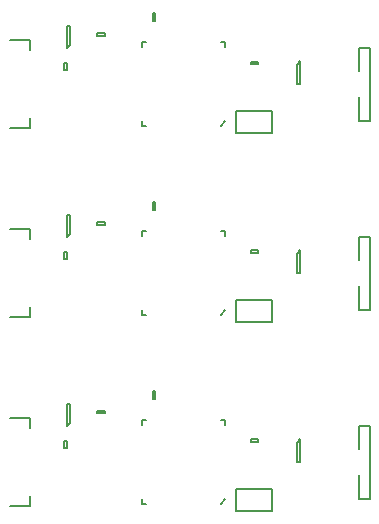
<source format=gto>
G04 #@! TF.FileFunction,Legend,Top*
%FSLAX46Y46*%
G04 Gerber Fmt 4.6, Leading zero omitted, Abs format (unit mm)*
G04 Created by KiCad (PCBNEW 0.201512311516+6410~40~ubuntu14.04.1-stable) date Sun 03 Jan 2016 08:23:42 GMT*
%MOMM*%
G01*
G04 APERTURE LIST*
%ADD10C,0.100000*%
%ADD11C,0.150000*%
%ADD12R,0.950000X1.000000*%
%ADD13R,1.000000X0.950000*%
%ADD14R,0.620000X0.620000*%
%ADD15R,1.000000X0.600000*%
%ADD16C,0.787000*%
%ADD17C,1.000000*%
%ADD18R,2.400000X1.900000*%
%ADD19R,2.790000X0.740000*%
%ADD20R,1.350000X0.400000*%
%ADD21O,1.250000X1.000000*%
%ADD22R,1.900000X1.800000*%
%ADD23R,1.900000X1.575000*%
%ADD24O,1.900000X1.000000*%
%ADD25C,0.900000*%
%ADD26O,0.900000X1.900000*%
%ADD27R,0.550000X0.300000*%
%ADD28R,0.300000X0.550000*%
%ADD29R,2.002000X2.002000*%
G04 APERTURE END LIST*
D10*
D11*
X114875000Y-94625000D02*
X114625000Y-94625000D01*
X114625000Y-94625000D02*
X114625000Y-93975000D01*
X114625000Y-93975000D02*
X114875000Y-93975000D01*
X114875000Y-93975000D02*
X114875000Y-94625000D01*
X114875000Y-110625000D02*
X114625000Y-110625000D01*
X114625000Y-110625000D02*
X114625000Y-109975000D01*
X114625000Y-109975000D02*
X114875000Y-109975000D01*
X114875000Y-109975000D02*
X114875000Y-110625000D01*
X114875000Y-126625000D02*
X114625000Y-126625000D01*
X114625000Y-126625000D02*
X114625000Y-125975000D01*
X114625000Y-125975000D02*
X114875000Y-125975000D01*
X114875000Y-125975000D02*
X114875000Y-126625000D01*
X122925000Y-98325000D02*
X122925000Y-98075000D01*
X122925000Y-98075000D02*
X123575000Y-98075000D01*
X123575000Y-98075000D02*
X123575000Y-98325000D01*
X123575000Y-98325000D02*
X122925000Y-98325000D01*
X122925000Y-114325000D02*
X122925000Y-114075000D01*
X122925000Y-114075000D02*
X123575000Y-114075000D01*
X123575000Y-114075000D02*
X123575000Y-114325000D01*
X123575000Y-114325000D02*
X122925000Y-114325000D01*
X122925000Y-130325000D02*
X122925000Y-130075000D01*
X122925000Y-130075000D02*
X123575000Y-130075000D01*
X123575000Y-130075000D02*
X123575000Y-130325000D01*
X123575000Y-130325000D02*
X122925000Y-130325000D01*
X107375000Y-98825000D02*
X107125000Y-98825000D01*
X107125000Y-98825000D02*
X107125000Y-98175000D01*
X107125000Y-98175000D02*
X107375000Y-98175000D01*
X107375000Y-98175000D02*
X107375000Y-98825000D01*
X107375000Y-114825000D02*
X107125000Y-114825000D01*
X107125000Y-114825000D02*
X107125000Y-114175000D01*
X107125000Y-114175000D02*
X107375000Y-114175000D01*
X107375000Y-114175000D02*
X107375000Y-114825000D01*
X107375000Y-130825000D02*
X107125000Y-130825000D01*
X107125000Y-130825000D02*
X107125000Y-130175000D01*
X107125000Y-130175000D02*
X107375000Y-130175000D01*
X107375000Y-130175000D02*
X107375000Y-130825000D01*
X107350000Y-96950000D02*
X107350000Y-96950000D01*
X107350000Y-96950000D02*
X107350000Y-95050000D01*
X107350000Y-95050000D02*
X107650000Y-95050000D01*
X107650000Y-95050000D02*
X107650000Y-96650000D01*
X107650000Y-96650000D02*
X107350000Y-96950000D01*
X107350000Y-112950000D02*
X107350000Y-112950000D01*
X107350000Y-112950000D02*
X107350000Y-111050000D01*
X107350000Y-111050000D02*
X107650000Y-111050000D01*
X107650000Y-111050000D02*
X107650000Y-112650000D01*
X107650000Y-112650000D02*
X107350000Y-112950000D01*
X107350000Y-128950000D02*
X107350000Y-128950000D01*
X107350000Y-128950000D02*
X107350000Y-127050000D01*
X107350000Y-127050000D02*
X107650000Y-127050000D01*
X107650000Y-127050000D02*
X107650000Y-128650000D01*
X107650000Y-128650000D02*
X107350000Y-128950000D01*
X127150000Y-98050000D02*
X127150000Y-98050000D01*
X127150000Y-98050000D02*
X127150000Y-99950000D01*
X127150000Y-99950000D02*
X126850000Y-99950000D01*
X126850000Y-99950000D02*
X126850000Y-98350000D01*
X126850000Y-98350000D02*
X127150000Y-98050000D01*
X127150000Y-114050000D02*
X127150000Y-114050000D01*
X127150000Y-114050000D02*
X127150000Y-115950000D01*
X127150000Y-115950000D02*
X126850000Y-115950000D01*
X126850000Y-115950000D02*
X126850000Y-114350000D01*
X126850000Y-114350000D02*
X127150000Y-114050000D01*
X127150000Y-130050000D02*
X127150000Y-130050000D01*
X127150000Y-130050000D02*
X127150000Y-131950000D01*
X127150000Y-131950000D02*
X126850000Y-131950000D01*
X126850000Y-131950000D02*
X126850000Y-130350000D01*
X126850000Y-130350000D02*
X127150000Y-130050000D01*
X121725000Y-104100000D02*
X121725000Y-102300000D01*
X121725000Y-102300000D02*
X124775000Y-102300000D01*
X124775000Y-102300000D02*
X124775000Y-104100000D01*
X124775000Y-104100000D02*
X121725000Y-104100000D01*
X121725000Y-120100000D02*
X121725000Y-118300000D01*
X121725000Y-118300000D02*
X124775000Y-118300000D01*
X124775000Y-118300000D02*
X124775000Y-120100000D01*
X124775000Y-120100000D02*
X121725000Y-120100000D01*
X121725000Y-136100000D02*
X121725000Y-134300000D01*
X121725000Y-134300000D02*
X124775000Y-134300000D01*
X124775000Y-134300000D02*
X124775000Y-136100000D01*
X124775000Y-136100000D02*
X121725000Y-136100000D01*
X109925000Y-95875000D02*
X109925000Y-95625000D01*
X109925000Y-95625000D02*
X110575000Y-95625000D01*
X110575000Y-95625000D02*
X110575000Y-95875000D01*
X110575000Y-95875000D02*
X109925000Y-95875000D01*
X109925000Y-111875000D02*
X109925000Y-111625000D01*
X109925000Y-111625000D02*
X110575000Y-111625000D01*
X110575000Y-111625000D02*
X110575000Y-111875000D01*
X110575000Y-111875000D02*
X109925000Y-111875000D01*
X109925000Y-127875000D02*
X109925000Y-127625000D01*
X109925000Y-127625000D02*
X110575000Y-127625000D01*
X110575000Y-127625000D02*
X110575000Y-127875000D01*
X110575000Y-127875000D02*
X109925000Y-127875000D01*
X133000000Y-96900000D02*
X132100000Y-96900000D01*
X133000000Y-103100000D02*
X132100000Y-103100000D01*
X132100000Y-103100000D02*
X132100000Y-101100000D01*
X132100000Y-96900000D02*
X132100000Y-98900000D01*
X133000000Y-96900000D02*
X133000000Y-103100000D01*
X133000000Y-112900000D02*
X132100000Y-112900000D01*
X133000000Y-119100000D02*
X132100000Y-119100000D01*
X132100000Y-119100000D02*
X132100000Y-117100000D01*
X132100000Y-112900000D02*
X132100000Y-114900000D01*
X133000000Y-112900000D02*
X133000000Y-119100000D01*
X133000000Y-128900000D02*
X132100000Y-128900000D01*
X133000000Y-135100000D02*
X132100000Y-135100000D01*
X132100000Y-135100000D02*
X132100000Y-133100000D01*
X132100000Y-128900000D02*
X132100000Y-130900000D01*
X133000000Y-128900000D02*
X133000000Y-135100000D01*
X104250000Y-96290000D02*
X102550000Y-96290000D01*
X104250000Y-97090000D02*
X104250000Y-96290000D01*
X104250000Y-103690000D02*
X104250000Y-102840000D01*
X102550000Y-103690000D02*
X104250000Y-103690000D01*
X104250000Y-112290000D02*
X102550000Y-112290000D01*
X104250000Y-113090000D02*
X104250000Y-112290000D01*
X104250000Y-119690000D02*
X104250000Y-118840000D01*
X102550000Y-119690000D02*
X104250000Y-119690000D01*
X104250000Y-128290000D02*
X102550000Y-128290000D01*
X104250000Y-129090000D02*
X104250000Y-128290000D01*
X104250000Y-135690000D02*
X104250000Y-134840000D01*
X102550000Y-135690000D02*
X104250000Y-135690000D01*
X120800000Y-103150000D02*
X120400000Y-103550000D01*
X114100000Y-103550000D02*
X113700000Y-103550000D01*
X113700000Y-103550000D02*
X113700000Y-103150000D01*
X114100000Y-96450000D02*
X113700000Y-96450000D01*
X113700000Y-96450000D02*
X113700000Y-96850000D01*
X120400000Y-96450000D02*
X120800000Y-96450000D01*
X120800000Y-96450000D02*
X120800000Y-96850000D01*
X120800000Y-119150000D02*
X120400000Y-119550000D01*
X114100000Y-119550000D02*
X113700000Y-119550000D01*
X113700000Y-119550000D02*
X113700000Y-119150000D01*
X114100000Y-112450000D02*
X113700000Y-112450000D01*
X113700000Y-112450000D02*
X113700000Y-112850000D01*
X120400000Y-112450000D02*
X120800000Y-112450000D01*
X120800000Y-112450000D02*
X120800000Y-112850000D01*
X120800000Y-135150000D02*
X120400000Y-135550000D01*
X114100000Y-135550000D02*
X113700000Y-135550000D01*
X113700000Y-135550000D02*
X113700000Y-135150000D01*
X114100000Y-128450000D02*
X113700000Y-128450000D01*
X113700000Y-128450000D02*
X113700000Y-128850000D01*
X120400000Y-128450000D02*
X120800000Y-128450000D01*
X120800000Y-128450000D02*
X120800000Y-128850000D01*
%LPC*%
X101133333Y-93916667D02*
X101466667Y-93916667D01*
X101066667Y-94116667D02*
X101300000Y-93416667D01*
X101533333Y-94116667D01*
X101766667Y-94116667D02*
X101766667Y-93416667D01*
X102000000Y-93916667D01*
X102233333Y-93416667D01*
X102233333Y-94116667D01*
X102566667Y-94116667D02*
X102566667Y-93416667D01*
X102833333Y-93416667D01*
X102900000Y-93450000D01*
X102933333Y-93483333D01*
X102966667Y-93550000D01*
X102966667Y-93650000D01*
X102933333Y-93716667D01*
X102900000Y-93750000D01*
X102833333Y-93783333D01*
X102566667Y-93783333D01*
X103800000Y-94116667D02*
X103800000Y-93650000D01*
X103800000Y-93783333D02*
X103833333Y-93716667D01*
X103866666Y-93683333D01*
X103933333Y-93650000D01*
X104000000Y-93650000D01*
X104599999Y-94116667D02*
X104199999Y-94116667D01*
X104399999Y-94116667D02*
X104399999Y-93416667D01*
X104333333Y-93516667D01*
X104266666Y-93583333D01*
X104199999Y-93616667D01*
X105399999Y-93483333D02*
X105433333Y-93450000D01*
X105499999Y-93416667D01*
X105666666Y-93416667D01*
X105733333Y-93450000D01*
X105766666Y-93483333D01*
X105799999Y-93550000D01*
X105799999Y-93616667D01*
X105766666Y-93716667D01*
X105366666Y-94116667D01*
X105799999Y-94116667D01*
X106233333Y-93416667D02*
X106300000Y-93416667D01*
X106366666Y-93450000D01*
X106400000Y-93483333D01*
X106433333Y-93550000D01*
X106466666Y-93683333D01*
X106466666Y-93850000D01*
X106433333Y-93983333D01*
X106400000Y-94050000D01*
X106366666Y-94083333D01*
X106300000Y-94116667D01*
X106233333Y-94116667D01*
X106166666Y-94083333D01*
X106133333Y-94050000D01*
X106100000Y-93983333D01*
X106066666Y-93850000D01*
X106066666Y-93683333D01*
X106100000Y-93550000D01*
X106133333Y-93483333D01*
X106166666Y-93450000D01*
X106233333Y-93416667D01*
X107133333Y-94116667D02*
X106733333Y-94116667D01*
X106933333Y-94116667D02*
X106933333Y-93416667D01*
X106866667Y-93516667D01*
X106800000Y-93583333D01*
X106733333Y-93616667D01*
X107733334Y-93416667D02*
X107600000Y-93416667D01*
X107533334Y-93450000D01*
X107500000Y-93483333D01*
X107433334Y-93583333D01*
X107400000Y-93716667D01*
X107400000Y-93983333D01*
X107433334Y-94050000D01*
X107466667Y-94083333D01*
X107533334Y-94116667D01*
X107666667Y-94116667D01*
X107733334Y-94083333D01*
X107766667Y-94050000D01*
X107800000Y-93983333D01*
X107800000Y-93816667D01*
X107766667Y-93750000D01*
X107733334Y-93716667D01*
X107666667Y-93683333D01*
X107533334Y-93683333D01*
X107466667Y-93716667D01*
X107433334Y-93750000D01*
X107400000Y-93816667D01*
X108100001Y-93850000D02*
X108633334Y-93850000D01*
X109100001Y-93416667D02*
X109166668Y-93416667D01*
X109233334Y-93450000D01*
X109266668Y-93483333D01*
X109300001Y-93550000D01*
X109333334Y-93683333D01*
X109333334Y-93850000D01*
X109300001Y-93983333D01*
X109266668Y-94050000D01*
X109233334Y-94083333D01*
X109166668Y-94116667D01*
X109100001Y-94116667D01*
X109033334Y-94083333D01*
X109000001Y-94050000D01*
X108966668Y-93983333D01*
X108933334Y-93850000D01*
X108933334Y-93683333D01*
X108966668Y-93550000D01*
X109000001Y-93483333D01*
X109033334Y-93450000D01*
X109100001Y-93416667D01*
X110000001Y-94116667D02*
X109600001Y-94116667D01*
X109800001Y-94116667D02*
X109800001Y-93416667D01*
X109733335Y-93516667D01*
X109666668Y-93583333D01*
X109600001Y-93616667D01*
X110300002Y-93850000D02*
X110833335Y-93850000D01*
X111300002Y-93416667D02*
X111366669Y-93416667D01*
X111433335Y-93450000D01*
X111466669Y-93483333D01*
X111500002Y-93550000D01*
X111533335Y-93683333D01*
X111533335Y-93850000D01*
X111500002Y-93983333D01*
X111466669Y-94050000D01*
X111433335Y-94083333D01*
X111366669Y-94116667D01*
X111300002Y-94116667D01*
X111233335Y-94083333D01*
X111200002Y-94050000D01*
X111166669Y-93983333D01*
X111133335Y-93850000D01*
X111133335Y-93683333D01*
X111166669Y-93550000D01*
X111200002Y-93483333D01*
X111233335Y-93450000D01*
X111300002Y-93416667D01*
X112200002Y-94116667D02*
X111800002Y-94116667D01*
X112000002Y-94116667D02*
X112000002Y-93416667D01*
X111933336Y-93516667D01*
X111866669Y-93583333D01*
X111800002Y-93616667D01*
X101133333Y-109916667D02*
X101466667Y-109916667D01*
X101066667Y-110116667D02*
X101300000Y-109416667D01*
X101533333Y-110116667D01*
X101766667Y-110116667D02*
X101766667Y-109416667D01*
X102000000Y-109916667D01*
X102233333Y-109416667D01*
X102233333Y-110116667D01*
X102566667Y-110116667D02*
X102566667Y-109416667D01*
X102833333Y-109416667D01*
X102900000Y-109450000D01*
X102933333Y-109483333D01*
X102966667Y-109550000D01*
X102966667Y-109650000D01*
X102933333Y-109716667D01*
X102900000Y-109750000D01*
X102833333Y-109783333D01*
X102566667Y-109783333D01*
X103800000Y-110116667D02*
X103800000Y-109650000D01*
X103800000Y-109783333D02*
X103833333Y-109716667D01*
X103866666Y-109683333D01*
X103933333Y-109650000D01*
X104000000Y-109650000D01*
X104599999Y-110116667D02*
X104199999Y-110116667D01*
X104399999Y-110116667D02*
X104399999Y-109416667D01*
X104333333Y-109516667D01*
X104266666Y-109583333D01*
X104199999Y-109616667D01*
X105399999Y-109483333D02*
X105433333Y-109450000D01*
X105499999Y-109416667D01*
X105666666Y-109416667D01*
X105733333Y-109450000D01*
X105766666Y-109483333D01*
X105799999Y-109550000D01*
X105799999Y-109616667D01*
X105766666Y-109716667D01*
X105366666Y-110116667D01*
X105799999Y-110116667D01*
X106233333Y-109416667D02*
X106300000Y-109416667D01*
X106366666Y-109450000D01*
X106400000Y-109483333D01*
X106433333Y-109550000D01*
X106466666Y-109683333D01*
X106466666Y-109850000D01*
X106433333Y-109983333D01*
X106400000Y-110050000D01*
X106366666Y-110083333D01*
X106300000Y-110116667D01*
X106233333Y-110116667D01*
X106166666Y-110083333D01*
X106133333Y-110050000D01*
X106100000Y-109983333D01*
X106066666Y-109850000D01*
X106066666Y-109683333D01*
X106100000Y-109550000D01*
X106133333Y-109483333D01*
X106166666Y-109450000D01*
X106233333Y-109416667D01*
X107133333Y-110116667D02*
X106733333Y-110116667D01*
X106933333Y-110116667D02*
X106933333Y-109416667D01*
X106866667Y-109516667D01*
X106800000Y-109583333D01*
X106733333Y-109616667D01*
X107733334Y-109416667D02*
X107600000Y-109416667D01*
X107533334Y-109450000D01*
X107500000Y-109483333D01*
X107433334Y-109583333D01*
X107400000Y-109716667D01*
X107400000Y-109983333D01*
X107433334Y-110050000D01*
X107466667Y-110083333D01*
X107533334Y-110116667D01*
X107666667Y-110116667D01*
X107733334Y-110083333D01*
X107766667Y-110050000D01*
X107800000Y-109983333D01*
X107800000Y-109816667D01*
X107766667Y-109750000D01*
X107733334Y-109716667D01*
X107666667Y-109683333D01*
X107533334Y-109683333D01*
X107466667Y-109716667D01*
X107433334Y-109750000D01*
X107400000Y-109816667D01*
X108100001Y-109850000D02*
X108633334Y-109850000D01*
X109100001Y-109416667D02*
X109166668Y-109416667D01*
X109233334Y-109450000D01*
X109266668Y-109483333D01*
X109300001Y-109550000D01*
X109333334Y-109683333D01*
X109333334Y-109850000D01*
X109300001Y-109983333D01*
X109266668Y-110050000D01*
X109233334Y-110083333D01*
X109166668Y-110116667D01*
X109100001Y-110116667D01*
X109033334Y-110083333D01*
X109000001Y-110050000D01*
X108966668Y-109983333D01*
X108933334Y-109850000D01*
X108933334Y-109683333D01*
X108966668Y-109550000D01*
X109000001Y-109483333D01*
X109033334Y-109450000D01*
X109100001Y-109416667D01*
X110000001Y-110116667D02*
X109600001Y-110116667D01*
X109800001Y-110116667D02*
X109800001Y-109416667D01*
X109733335Y-109516667D01*
X109666668Y-109583333D01*
X109600001Y-109616667D01*
X110300002Y-109850000D02*
X110833335Y-109850000D01*
X111300002Y-109416667D02*
X111366669Y-109416667D01*
X111433335Y-109450000D01*
X111466669Y-109483333D01*
X111500002Y-109550000D01*
X111533335Y-109683333D01*
X111533335Y-109850000D01*
X111500002Y-109983333D01*
X111466669Y-110050000D01*
X111433335Y-110083333D01*
X111366669Y-110116667D01*
X111300002Y-110116667D01*
X111233335Y-110083333D01*
X111200002Y-110050000D01*
X111166669Y-109983333D01*
X111133335Y-109850000D01*
X111133335Y-109683333D01*
X111166669Y-109550000D01*
X111200002Y-109483333D01*
X111233335Y-109450000D01*
X111300002Y-109416667D01*
X112200002Y-110116667D02*
X111800002Y-110116667D01*
X112000002Y-110116667D02*
X112000002Y-109416667D01*
X111933336Y-109516667D01*
X111866669Y-109583333D01*
X111800002Y-109616667D01*
X101133333Y-125916667D02*
X101466667Y-125916667D01*
X101066667Y-126116667D02*
X101300000Y-125416667D01*
X101533333Y-126116667D01*
X101766667Y-126116667D02*
X101766667Y-125416667D01*
X102000000Y-125916667D01*
X102233333Y-125416667D01*
X102233333Y-126116667D01*
X102566667Y-126116667D02*
X102566667Y-125416667D01*
X102833333Y-125416667D01*
X102900000Y-125450000D01*
X102933333Y-125483333D01*
X102966667Y-125550000D01*
X102966667Y-125650000D01*
X102933333Y-125716667D01*
X102900000Y-125750000D01*
X102833333Y-125783333D01*
X102566667Y-125783333D01*
X103800000Y-126116667D02*
X103800000Y-125650000D01*
X103800000Y-125783333D02*
X103833333Y-125716667D01*
X103866666Y-125683333D01*
X103933333Y-125650000D01*
X104000000Y-125650000D01*
X104599999Y-126116667D02*
X104199999Y-126116667D01*
X104399999Y-126116667D02*
X104399999Y-125416667D01*
X104333333Y-125516667D01*
X104266666Y-125583333D01*
X104199999Y-125616667D01*
X105399999Y-125483333D02*
X105433333Y-125450000D01*
X105499999Y-125416667D01*
X105666666Y-125416667D01*
X105733333Y-125450000D01*
X105766666Y-125483333D01*
X105799999Y-125550000D01*
X105799999Y-125616667D01*
X105766666Y-125716667D01*
X105366666Y-126116667D01*
X105799999Y-126116667D01*
X106233333Y-125416667D02*
X106300000Y-125416667D01*
X106366666Y-125450000D01*
X106400000Y-125483333D01*
X106433333Y-125550000D01*
X106466666Y-125683333D01*
X106466666Y-125850000D01*
X106433333Y-125983333D01*
X106400000Y-126050000D01*
X106366666Y-126083333D01*
X106300000Y-126116667D01*
X106233333Y-126116667D01*
X106166666Y-126083333D01*
X106133333Y-126050000D01*
X106100000Y-125983333D01*
X106066666Y-125850000D01*
X106066666Y-125683333D01*
X106100000Y-125550000D01*
X106133333Y-125483333D01*
X106166666Y-125450000D01*
X106233333Y-125416667D01*
X107133333Y-126116667D02*
X106733333Y-126116667D01*
X106933333Y-126116667D02*
X106933333Y-125416667D01*
X106866667Y-125516667D01*
X106800000Y-125583333D01*
X106733333Y-125616667D01*
X107733334Y-125416667D02*
X107600000Y-125416667D01*
X107533334Y-125450000D01*
X107500000Y-125483333D01*
X107433334Y-125583333D01*
X107400000Y-125716667D01*
X107400000Y-125983333D01*
X107433334Y-126050000D01*
X107466667Y-126083333D01*
X107533334Y-126116667D01*
X107666667Y-126116667D01*
X107733334Y-126083333D01*
X107766667Y-126050000D01*
X107800000Y-125983333D01*
X107800000Y-125816667D01*
X107766667Y-125750000D01*
X107733334Y-125716667D01*
X107666667Y-125683333D01*
X107533334Y-125683333D01*
X107466667Y-125716667D01*
X107433334Y-125750000D01*
X107400000Y-125816667D01*
X108100001Y-125850000D02*
X108633334Y-125850000D01*
X109100001Y-125416667D02*
X109166668Y-125416667D01*
X109233334Y-125450000D01*
X109266668Y-125483333D01*
X109300001Y-125550000D01*
X109333334Y-125683333D01*
X109333334Y-125850000D01*
X109300001Y-125983333D01*
X109266668Y-126050000D01*
X109233334Y-126083333D01*
X109166668Y-126116667D01*
X109100001Y-126116667D01*
X109033334Y-126083333D01*
X109000001Y-126050000D01*
X108966668Y-125983333D01*
X108933334Y-125850000D01*
X108933334Y-125683333D01*
X108966668Y-125550000D01*
X109000001Y-125483333D01*
X109033334Y-125450000D01*
X109100001Y-125416667D01*
X110000001Y-126116667D02*
X109600001Y-126116667D01*
X109800001Y-126116667D02*
X109800001Y-125416667D01*
X109733335Y-125516667D01*
X109666668Y-125583333D01*
X109600001Y-125616667D01*
X110300002Y-125850000D02*
X110833335Y-125850000D01*
X111300002Y-125416667D02*
X111366669Y-125416667D01*
X111433335Y-125450000D01*
X111466669Y-125483333D01*
X111500002Y-125550000D01*
X111533335Y-125683333D01*
X111533335Y-125850000D01*
X111500002Y-125983333D01*
X111466669Y-126050000D01*
X111433335Y-126083333D01*
X111366669Y-126116667D01*
X111300002Y-126116667D01*
X111233335Y-126083333D01*
X111200002Y-126050000D01*
X111166669Y-125983333D01*
X111133335Y-125850000D01*
X111133335Y-125683333D01*
X111166669Y-125550000D01*
X111200002Y-125483333D01*
X111233335Y-125450000D01*
X111300002Y-125416667D01*
X112200002Y-126116667D02*
X111800002Y-126116667D01*
X112000002Y-126116667D02*
X112000002Y-125416667D01*
X111933336Y-125516667D01*
X111866669Y-125583333D01*
X111800002Y-125616667D01*
D12*
X115550000Y-94300000D03*
X113950000Y-94300000D03*
X115550000Y-110300000D03*
X113950000Y-110300000D03*
X115550000Y-126300000D03*
X113950000Y-126300000D03*
D13*
X123250000Y-99000000D03*
X123250000Y-97400000D03*
X123250000Y-115000000D03*
X123250000Y-113400000D03*
X123250000Y-131000000D03*
X123250000Y-129400000D03*
D14*
X115200000Y-95500000D03*
X114300000Y-95500000D03*
X115200000Y-111500000D03*
X114300000Y-111500000D03*
X115200000Y-127500000D03*
X114300000Y-127500000D03*
X119300000Y-104500000D03*
X120200000Y-104500000D03*
X119300000Y-120500000D03*
X120200000Y-120500000D03*
X119300000Y-136500000D03*
X120200000Y-136500000D03*
X112750000Y-102350000D03*
X112750000Y-103250000D03*
X112750000Y-118350000D03*
X112750000Y-119250000D03*
X112750000Y-134350000D03*
X112750000Y-135250000D03*
X121800000Y-99050000D03*
X121800000Y-98150000D03*
X121800000Y-115050000D03*
X121800000Y-114150000D03*
X121800000Y-131050000D03*
X121800000Y-130150000D03*
X125600000Y-103750000D03*
X125600000Y-104650000D03*
X125600000Y-119750000D03*
X125600000Y-120650000D03*
X125600000Y-135750000D03*
X125600000Y-136650000D03*
X117500000Y-94650000D03*
X117500000Y-95550000D03*
X117500000Y-110650000D03*
X117500000Y-111550000D03*
X117500000Y-126650000D03*
X117500000Y-127550000D03*
X125600000Y-102650000D03*
X125600000Y-101750000D03*
X125600000Y-118650000D03*
X125600000Y-117750000D03*
X125600000Y-134650000D03*
X125600000Y-133750000D03*
D12*
X108050000Y-98500000D03*
X106450000Y-98500000D03*
X108050000Y-114500000D03*
X106450000Y-114500000D03*
X108050000Y-130500000D03*
X106450000Y-130500000D03*
D15*
X108650000Y-96950000D03*
X108650000Y-95050000D03*
X106350000Y-96000000D03*
X108650000Y-112950000D03*
X108650000Y-111050000D03*
X106350000Y-112000000D03*
X108650000Y-128950000D03*
X108650000Y-127050000D03*
X106350000Y-128000000D03*
D16*
X107000000Y-102480000D03*
X108270000Y-102480000D03*
X107000000Y-103750000D03*
X108270000Y-103750000D03*
X107000000Y-105020000D03*
X108270000Y-105020000D03*
D17*
X107635000Y-101210000D03*
X106619000Y-106290000D03*
X108651000Y-106290000D03*
D16*
X107000000Y-118480000D03*
X108270000Y-118480000D03*
X107000000Y-119750000D03*
X108270000Y-119750000D03*
X107000000Y-121020000D03*
X108270000Y-121020000D03*
D17*
X107635000Y-117210000D03*
X106619000Y-122290000D03*
X108651000Y-122290000D03*
D16*
X107000000Y-134480000D03*
X108270000Y-134480000D03*
X107000000Y-135750000D03*
X108270000Y-135750000D03*
X107000000Y-137020000D03*
X108270000Y-137020000D03*
D17*
X107635000Y-133210000D03*
X106619000Y-138290000D03*
X108651000Y-138290000D03*
D15*
X125850000Y-98050000D03*
X125850000Y-99950000D03*
X128150000Y-99000000D03*
X125850000Y-114050000D03*
X125850000Y-115950000D03*
X128150000Y-115000000D03*
X125850000Y-130050000D03*
X125850000Y-131950000D03*
X128150000Y-131000000D03*
D14*
X110950000Y-99000000D03*
X110050000Y-99000000D03*
X110950000Y-115000000D03*
X110050000Y-115000000D03*
X110950000Y-131000000D03*
X110050000Y-131000000D03*
X110050000Y-98000000D03*
X110950000Y-98000000D03*
X110050000Y-114000000D03*
X110950000Y-114000000D03*
X110050000Y-130000000D03*
X110950000Y-130000000D03*
X110950000Y-102000000D03*
X110050000Y-102000000D03*
X110950000Y-118000000D03*
X110050000Y-118000000D03*
X110950000Y-134000000D03*
X110050000Y-134000000D03*
X110950000Y-100000000D03*
X110050000Y-100000000D03*
X110950000Y-116000000D03*
X110050000Y-116000000D03*
X110950000Y-132000000D03*
X110050000Y-132000000D03*
X110950000Y-101000000D03*
X110050000Y-101000000D03*
X110950000Y-117000000D03*
X110050000Y-117000000D03*
X110950000Y-133000000D03*
X110050000Y-133000000D03*
X131550000Y-94000000D03*
X132450000Y-94000000D03*
X131550000Y-110000000D03*
X132450000Y-110000000D03*
X131550000Y-126000000D03*
X132450000Y-126000000D03*
X129550000Y-94000000D03*
X130450000Y-94000000D03*
X129550000Y-110000000D03*
X130450000Y-110000000D03*
X129550000Y-126000000D03*
X130450000Y-126000000D03*
D18*
X123250000Y-105250000D03*
X123250000Y-101150000D03*
X123250000Y-121250000D03*
X123250000Y-117150000D03*
X123250000Y-137250000D03*
X123250000Y-133150000D03*
D13*
X110250000Y-96550000D03*
X110250000Y-94950000D03*
X110250000Y-112550000D03*
X110250000Y-110950000D03*
X110250000Y-128550000D03*
X110250000Y-126950000D03*
D19*
X130465000Y-97460000D03*
X134535000Y-97460000D03*
X130465000Y-98730000D03*
X134535000Y-98730000D03*
X130465000Y-100000000D03*
X134535000Y-100000000D03*
X130465000Y-101270000D03*
X134535000Y-101270000D03*
X130465000Y-102540000D03*
X134535000Y-102540000D03*
X130465000Y-113460000D03*
X134535000Y-113460000D03*
X130465000Y-114730000D03*
X134535000Y-114730000D03*
X130465000Y-116000000D03*
X134535000Y-116000000D03*
X130465000Y-117270000D03*
X134535000Y-117270000D03*
X130465000Y-118540000D03*
X134535000Y-118540000D03*
X130465000Y-129460000D03*
X134535000Y-129460000D03*
X130465000Y-130730000D03*
X134535000Y-130730000D03*
X130465000Y-132000000D03*
X134535000Y-132000000D03*
X130465000Y-133270000D03*
X134535000Y-133270000D03*
X130465000Y-134540000D03*
X134535000Y-134540000D03*
D20*
X104125000Y-99990000D03*
X104125000Y-100640000D03*
X104125000Y-99340000D03*
X104125000Y-98690000D03*
X104125000Y-101290000D03*
D21*
X104450000Y-102215000D03*
X104450000Y-97765000D03*
D22*
X101450000Y-101140000D03*
X101450000Y-98840000D03*
D23*
X101450000Y-103377500D03*
D24*
X101450000Y-104165000D03*
D23*
X101450000Y-96602500D03*
D24*
X101450000Y-95815000D03*
D20*
X104125000Y-115990000D03*
X104125000Y-116640000D03*
X104125000Y-115340000D03*
X104125000Y-114690000D03*
X104125000Y-117290000D03*
D21*
X104450000Y-118215000D03*
X104450000Y-113765000D03*
D22*
X101450000Y-117140000D03*
X101450000Y-114840000D03*
D23*
X101450000Y-119377500D03*
D24*
X101450000Y-120165000D03*
D23*
X101450000Y-112602500D03*
D24*
X101450000Y-111815000D03*
D20*
X104125000Y-131990000D03*
X104125000Y-132640000D03*
X104125000Y-131340000D03*
X104125000Y-130690000D03*
X104125000Y-133290000D03*
D21*
X104450000Y-134215000D03*
X104450000Y-129765000D03*
D22*
X101450000Y-133140000D03*
X101450000Y-130840000D03*
D23*
X101450000Y-135377500D03*
D24*
X101450000Y-136165000D03*
D23*
X101450000Y-128602500D03*
D24*
X101450000Y-127815000D03*
D25*
X128000000Y-94800000D03*
D26*
X128000000Y-105200000D03*
D25*
X128000000Y-110800000D03*
D26*
X128000000Y-121200000D03*
D25*
X128000000Y-126800000D03*
D26*
X128000000Y-137200000D03*
D27*
X120625000Y-102750000D03*
X120625000Y-102250000D03*
X120625000Y-101750000D03*
X120625000Y-101250000D03*
X120625000Y-100750000D03*
X120625000Y-100250000D03*
X120625000Y-99750000D03*
X120625000Y-99250000D03*
X120625000Y-98750000D03*
X120625000Y-98250000D03*
X120625000Y-97750000D03*
X120625000Y-97250000D03*
D28*
X120000000Y-96625000D03*
X119500000Y-96625000D03*
X119000000Y-96625000D03*
X118500000Y-96625000D03*
X118000000Y-96625000D03*
X117500000Y-96625000D03*
X117000000Y-96625000D03*
X116500000Y-96625000D03*
X116000000Y-96625000D03*
X115500000Y-96625000D03*
X115000000Y-96625000D03*
X114500000Y-96625000D03*
D27*
X113875000Y-97250000D03*
X113875000Y-97750000D03*
X113875000Y-98250000D03*
X113875000Y-98750000D03*
X113875000Y-99250000D03*
X113875000Y-99750000D03*
X113875000Y-100250000D03*
X113875000Y-100750000D03*
X113875000Y-101250000D03*
X113875000Y-101750000D03*
X113875000Y-102250000D03*
X113875000Y-102750000D03*
D28*
X114500000Y-103375000D03*
X115000000Y-103375000D03*
X115500000Y-103375000D03*
X116000000Y-103375000D03*
X116500000Y-103375000D03*
X117000000Y-103375000D03*
X117500000Y-103375000D03*
X118000000Y-103375000D03*
X118500000Y-103375000D03*
X119000000Y-103375000D03*
X119500000Y-103375000D03*
X120000000Y-103375000D03*
D29*
X118500000Y-101250000D03*
X118500000Y-98750000D03*
X116000000Y-101250000D03*
X116000000Y-98750000D03*
D27*
X120625000Y-118750000D03*
X120625000Y-118250000D03*
X120625000Y-117750000D03*
X120625000Y-117250000D03*
X120625000Y-116750000D03*
X120625000Y-116250000D03*
X120625000Y-115750000D03*
X120625000Y-115250000D03*
X120625000Y-114750000D03*
X120625000Y-114250000D03*
X120625000Y-113750000D03*
X120625000Y-113250000D03*
D28*
X120000000Y-112625000D03*
X119500000Y-112625000D03*
X119000000Y-112625000D03*
X118500000Y-112625000D03*
X118000000Y-112625000D03*
X117500000Y-112625000D03*
X117000000Y-112625000D03*
X116500000Y-112625000D03*
X116000000Y-112625000D03*
X115500000Y-112625000D03*
X115000000Y-112625000D03*
X114500000Y-112625000D03*
D27*
X113875000Y-113250000D03*
X113875000Y-113750000D03*
X113875000Y-114250000D03*
X113875000Y-114750000D03*
X113875000Y-115250000D03*
X113875000Y-115750000D03*
X113875000Y-116250000D03*
X113875000Y-116750000D03*
X113875000Y-117250000D03*
X113875000Y-117750000D03*
X113875000Y-118250000D03*
X113875000Y-118750000D03*
D28*
X114500000Y-119375000D03*
X115000000Y-119375000D03*
X115500000Y-119375000D03*
X116000000Y-119375000D03*
X116500000Y-119375000D03*
X117000000Y-119375000D03*
X117500000Y-119375000D03*
X118000000Y-119375000D03*
X118500000Y-119375000D03*
X119000000Y-119375000D03*
X119500000Y-119375000D03*
X120000000Y-119375000D03*
D29*
X118500000Y-117250000D03*
X118500000Y-114750000D03*
X116000000Y-117250000D03*
X116000000Y-114750000D03*
D27*
X120625000Y-134750000D03*
X120625000Y-134250000D03*
X120625000Y-133750000D03*
X120625000Y-133250000D03*
X120625000Y-132750000D03*
X120625000Y-132250000D03*
X120625000Y-131750000D03*
X120625000Y-131250000D03*
X120625000Y-130750000D03*
X120625000Y-130250000D03*
X120625000Y-129750000D03*
X120625000Y-129250000D03*
D28*
X120000000Y-128625000D03*
X119500000Y-128625000D03*
X119000000Y-128625000D03*
X118500000Y-128625000D03*
X118000000Y-128625000D03*
X117500000Y-128625000D03*
X117000000Y-128625000D03*
X116500000Y-128625000D03*
X116000000Y-128625000D03*
X115500000Y-128625000D03*
X115000000Y-128625000D03*
X114500000Y-128625000D03*
D27*
X113875000Y-129250000D03*
X113875000Y-129750000D03*
X113875000Y-130250000D03*
X113875000Y-130750000D03*
X113875000Y-131250000D03*
X113875000Y-131750000D03*
X113875000Y-132250000D03*
X113875000Y-132750000D03*
X113875000Y-133250000D03*
X113875000Y-133750000D03*
X113875000Y-134250000D03*
X113875000Y-134750000D03*
D28*
X114500000Y-135375000D03*
X115000000Y-135375000D03*
X115500000Y-135375000D03*
X116000000Y-135375000D03*
X116500000Y-135375000D03*
X117000000Y-135375000D03*
X117500000Y-135375000D03*
X118000000Y-135375000D03*
X118500000Y-135375000D03*
X119000000Y-135375000D03*
X119500000Y-135375000D03*
X120000000Y-135375000D03*
D29*
X118500000Y-133250000D03*
X118500000Y-130750000D03*
X116000000Y-133250000D03*
X116000000Y-130750000D03*
M02*

</source>
